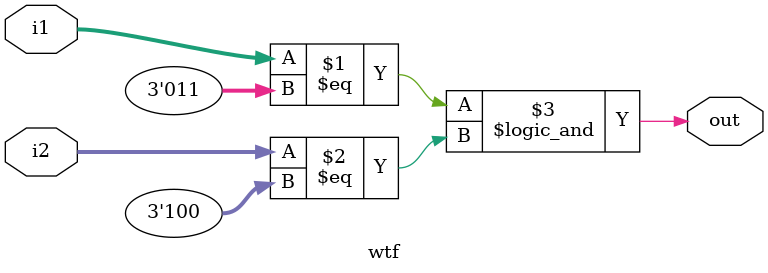
<source format=v>
module wtf(i1, i2, out);

input [2:0] i1, i2;
output out;

assign out = (i1 == 3'b011) && (i2 == 3'b100);

endmodule

</source>
